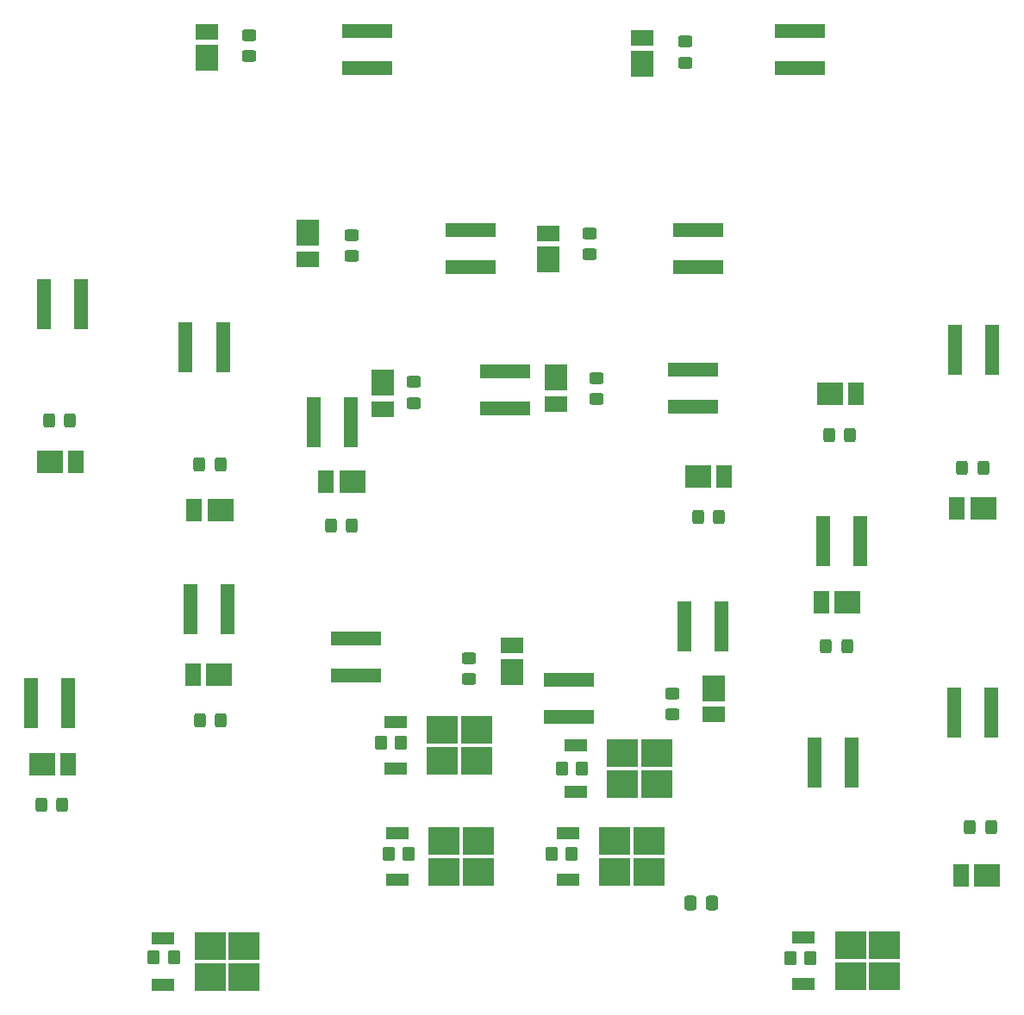
<source format=gbr>
%TF.GenerationSoftware,KiCad,Pcbnew,(6.0.11)*%
%TF.CreationDate,2023-06-08T13:50:34-05:00*%
%TF.ProjectId,LEDpanel,4c454470-616e-4656-9c2e-6b696361645f,rev?*%
%TF.SameCoordinates,Original*%
%TF.FileFunction,Paste,Top*%
%TF.FilePolarity,Positive*%
%FSLAX46Y46*%
G04 Gerber Fmt 4.6, Leading zero omitted, Abs format (unit mm)*
G04 Created by KiCad (PCBNEW (6.0.11)) date 2023-06-08 13:50:34*
%MOMM*%
%LPD*%
G01*
G04 APERTURE LIST*
G04 Aperture macros list*
%AMRoundRect*
0 Rectangle with rounded corners*
0 $1 Rounding radius*
0 $2 $3 $4 $5 $6 $7 $8 $9 X,Y pos of 4 corners*
0 Add a 4 corners polygon primitive as box body*
4,1,4,$2,$3,$4,$5,$6,$7,$8,$9,$2,$3,0*
0 Add four circle primitives for the rounded corners*
1,1,$1+$1,$2,$3*
1,1,$1+$1,$4,$5*
1,1,$1+$1,$6,$7*
1,1,$1+$1,$8,$9*
0 Add four rect primitives between the rounded corners*
20,1,$1+$1,$2,$3,$4,$5,0*
20,1,$1+$1,$4,$5,$6,$7,0*
20,1,$1+$1,$6,$7,$8,$9,0*
20,1,$1+$1,$8,$9,$2,$3,0*%
G04 Aperture macros list end*
%ADD10R,3.050000X2.750000*%
%ADD11R,2.200000X1.200000*%
%ADD12R,1.350000X5.000000*%
%ADD13RoundRect,0.250000X-0.325000X-0.450000X0.325000X-0.450000X0.325000X0.450000X-0.325000X0.450000X0*%
%ADD14R,5.000000X1.350000*%
%ADD15RoundRect,0.250000X-0.450000X0.325000X-0.450000X-0.325000X0.450000X-0.325000X0.450000X0.325000X0*%
%ADD16R,2.200000X2.500000*%
%ADD17R,2.200000X1.550000*%
%ADD18R,2.500000X2.200000*%
%ADD19R,1.550000X2.200000*%
%ADD20RoundRect,0.250000X-0.350000X-0.450000X0.350000X-0.450000X0.350000X0.450000X-0.350000X0.450000X0*%
%ADD21RoundRect,0.250000X0.337500X0.475000X-0.337500X0.475000X-0.337500X-0.475000X0.337500X-0.475000X0*%
%ADD22RoundRect,0.250000X0.350000X0.450000X-0.350000X0.450000X-0.350000X-0.450000X0.350000X-0.450000X0*%
%ADD23RoundRect,0.250000X0.325000X0.450000X-0.325000X0.450000X-0.325000X-0.450000X0.325000X-0.450000X0*%
%ADD24RoundRect,0.250000X0.450000X-0.325000X0.450000X0.325000X-0.450000X0.325000X-0.450000X-0.325000X0*%
G04 APERTURE END LIST*
D10*
%TO.C,U2*%
X71879000Y-110999000D03*
X71879000Y-107949000D03*
X68529000Y-107949000D03*
X68529000Y-110999000D03*
D11*
X63904000Y-107194000D03*
X63904000Y-111754000D03*
%TD*%
D12*
%TO.C,D63*%
X47231000Y-85192000D03*
X43581000Y-85192000D03*
%TD*%
D13*
%TO.C,D32*%
X28950000Y-104425000D03*
X31000000Y-104425000D03*
%TD*%
D14*
%TO.C,D65*%
X92996000Y-61675000D03*
X92996000Y-65325000D03*
%TD*%
D15*
%TO.C,D29*%
X65500000Y-62875000D03*
X65500000Y-64925000D03*
%TD*%
D14*
%TO.C,D58*%
X71120000Y-47959000D03*
X71120000Y-51609000D03*
%TD*%
D16*
%TO.C,D49*%
X87983000Y-31640000D03*
D17*
X87983000Y-29065000D03*
%TD*%
D16*
%TO.C,D22*%
X78740000Y-50834000D03*
D17*
X78740000Y-48259000D03*
%TD*%
D12*
%TO.C,D60*%
X105780000Y-78486000D03*
X109430000Y-78486000D03*
%TD*%
D15*
%TO.C,D26*%
X83500000Y-62475000D03*
X83500000Y-64525000D03*
%TD*%
D16*
%TO.C,D25*%
X79500000Y-62450000D03*
D17*
X79500000Y-65025000D03*
%TD*%
D13*
%TO.C,D35*%
X106326000Y-68072000D03*
X108376000Y-68072000D03*
%TD*%
D10*
%TO.C,U4*%
X71708000Y-100076000D03*
X68358000Y-97026000D03*
X68358000Y-100076000D03*
X71708000Y-97026000D03*
D11*
X63733000Y-96271000D03*
X63733000Y-100831000D03*
%TD*%
D18*
%TO.C,D40*%
X93470000Y-72136000D03*
D19*
X96045000Y-72136000D03*
%TD*%
D16*
%TO.C,D13*%
X95028000Y-92964000D03*
D17*
X95028000Y-95539000D03*
%TD*%
D10*
%TO.C,U1*%
X108425000Y-121300000D03*
X108425000Y-118250000D03*
X111775000Y-118250000D03*
X111775000Y-121300000D03*
D11*
X103800000Y-117495000D03*
X103800000Y-122055000D03*
%TD*%
D20*
%TO.C,R3*%
X79042000Y-109220000D03*
X81042000Y-109220000D03*
%TD*%
D18*
%TO.C,D46*%
X29800000Y-70750000D03*
D19*
X32375000Y-70750000D03*
%TD*%
D18*
%TO.C,D37*%
X46410000Y-91610000D03*
D19*
X43835000Y-91610000D03*
%TD*%
D20*
%TO.C,R1*%
X102500000Y-119450000D03*
X104500000Y-119450000D03*
%TD*%
D21*
%TO.C,C1*%
X94795500Y-114046000D03*
X92720500Y-114046000D03*
%TD*%
D16*
%TO.C,D16*%
X45200000Y-31050000D03*
D17*
X45200000Y-28475000D03*
%TD*%
D22*
%TO.C,R4*%
X64278000Y-98298000D03*
X62278000Y-98298000D03*
%TD*%
D14*
%TO.C,D62*%
X93472000Y-51609000D03*
X93472000Y-47959000D03*
%TD*%
D13*
%TO.C,D47*%
X29725000Y-66650000D03*
X31775000Y-66650000D03*
%TD*%
D18*
%TO.C,D34*%
X106391000Y-64008000D03*
D19*
X108966000Y-64008000D03*
%TD*%
D23*
%TO.C,D38*%
X46555000Y-96110000D03*
X44505000Y-96110000D03*
%TD*%
D13*
%TO.C,D41*%
X93495000Y-76136000D03*
X95545000Y-76136000D03*
%TD*%
D15*
%TO.C,D20*%
X59436000Y-48475000D03*
X59436000Y-50525000D03*
%TD*%
D23*
%TO.C,D11*%
X59477000Y-76962000D03*
X57427000Y-76962000D03*
%TD*%
D24*
%TO.C,D44*%
X70974500Y-92077000D03*
X70974500Y-90027000D03*
%TD*%
D20*
%TO.C,R2*%
X63040000Y-109220000D03*
X65040000Y-109220000D03*
%TD*%
D18*
%TO.C,D31*%
X29005000Y-100425000D03*
D19*
X31580000Y-100425000D03*
%TD*%
D12*
%TO.C,D56*%
X46783000Y-59436000D03*
X43133000Y-59436000D03*
%TD*%
D24*
%TO.C,D17*%
X49400000Y-30825000D03*
X49400000Y-28775000D03*
%TD*%
D23*
%TO.C,D5*%
X46525000Y-71000000D03*
X44475000Y-71000000D03*
%TD*%
%TO.C,D53*%
X121462000Y-71314500D03*
X119412000Y-71314500D03*
%TD*%
D16*
%TO.C,D28*%
X62500000Y-62950000D03*
D17*
X62500000Y-65525000D03*
%TD*%
D18*
%TO.C,D7*%
X108116000Y-84494000D03*
D19*
X105541000Y-84494000D03*
%TD*%
D22*
%TO.C,R11*%
X42000000Y-119400000D03*
X40000000Y-119400000D03*
%TD*%
D24*
%TO.C,D23*%
X82804000Y-50301000D03*
X82804000Y-48251000D03*
%TD*%
D16*
%TO.C,D43*%
X75224500Y-91352000D03*
D17*
X75224500Y-88777000D03*
%TD*%
D23*
%TO.C,D2*%
X122225000Y-106625000D03*
X120175000Y-106625000D03*
%TD*%
D22*
%TO.C,R5*%
X82058000Y-100838000D03*
X80058000Y-100838000D03*
%TD*%
D18*
%TO.C,D1*%
X121850000Y-111350000D03*
D19*
X119275000Y-111350000D03*
%TD*%
D12*
%TO.C,D59*%
X27963000Y-94469000D03*
X31613000Y-94469000D03*
%TD*%
D18*
%TO.C,D4*%
X46550000Y-75500000D03*
D19*
X43975000Y-75500000D03*
%TD*%
D18*
%TO.C,D10*%
X59502000Y-72644000D03*
D19*
X56927000Y-72644000D03*
%TD*%
D12*
%TO.C,D70*%
X29218000Y-55207000D03*
X32868000Y-55207000D03*
%TD*%
D24*
%TO.C,D50*%
X92183000Y-31490000D03*
X92183000Y-29440000D03*
%TD*%
D18*
%TO.C,D52*%
X121487000Y-75314500D03*
D19*
X118912000Y-75314500D03*
%TD*%
D10*
%TO.C,U5*%
X86055000Y-102363000D03*
X86055000Y-99313000D03*
X89405000Y-102363000D03*
X89405000Y-99313000D03*
D11*
X81430000Y-98558000D03*
X81430000Y-103118000D03*
%TD*%
D15*
%TO.C,D14*%
X90964000Y-93463000D03*
X90964000Y-95513000D03*
%TD*%
D12*
%TO.C,D55*%
X122245000Y-95325000D03*
X118595000Y-95325000D03*
%TD*%
D23*
%TO.C,D8*%
X108091000Y-88812000D03*
X106041000Y-88812000D03*
%TD*%
D12*
%TO.C,D61*%
X108541000Y-100242000D03*
X104891000Y-100242000D03*
%TD*%
D14*
%TO.C,D68*%
X74500000Y-61850000D03*
X74500000Y-65500000D03*
%TD*%
D12*
%TO.C,D66*%
X92140000Y-86868000D03*
X95790000Y-86868000D03*
%TD*%
D14*
%TO.C,D57*%
X60960000Y-32051000D03*
X60960000Y-28401000D03*
%TD*%
D12*
%TO.C,D64*%
X59325000Y-66802000D03*
X55675000Y-66802000D03*
%TD*%
D10*
%TO.C,U3*%
X88643000Y-110999000D03*
X85293000Y-107949000D03*
X85293000Y-110999000D03*
X88643000Y-107949000D03*
D11*
X80668000Y-107194000D03*
X80668000Y-111754000D03*
%TD*%
D12*
%TO.C,D72*%
X122325000Y-59754500D03*
X118675000Y-59754500D03*
%TD*%
D14*
%TO.C,D69*%
X59866500Y-91694000D03*
X59866500Y-88044000D03*
%TD*%
D10*
%TO.C,U6*%
X48875000Y-121325000D03*
X45525000Y-118275000D03*
X45525000Y-121325000D03*
X48875000Y-118275000D03*
D11*
X40900000Y-117520000D03*
X40900000Y-122080000D03*
%TD*%
D14*
%TO.C,D71*%
X103450000Y-32000000D03*
X103450000Y-28350000D03*
%TD*%
D16*
%TO.C,D19*%
X55118000Y-48226000D03*
D17*
X55118000Y-50801000D03*
%TD*%
D14*
%TO.C,D67*%
X80804000Y-92155000D03*
X80804000Y-95805000D03*
%TD*%
M02*

</source>
